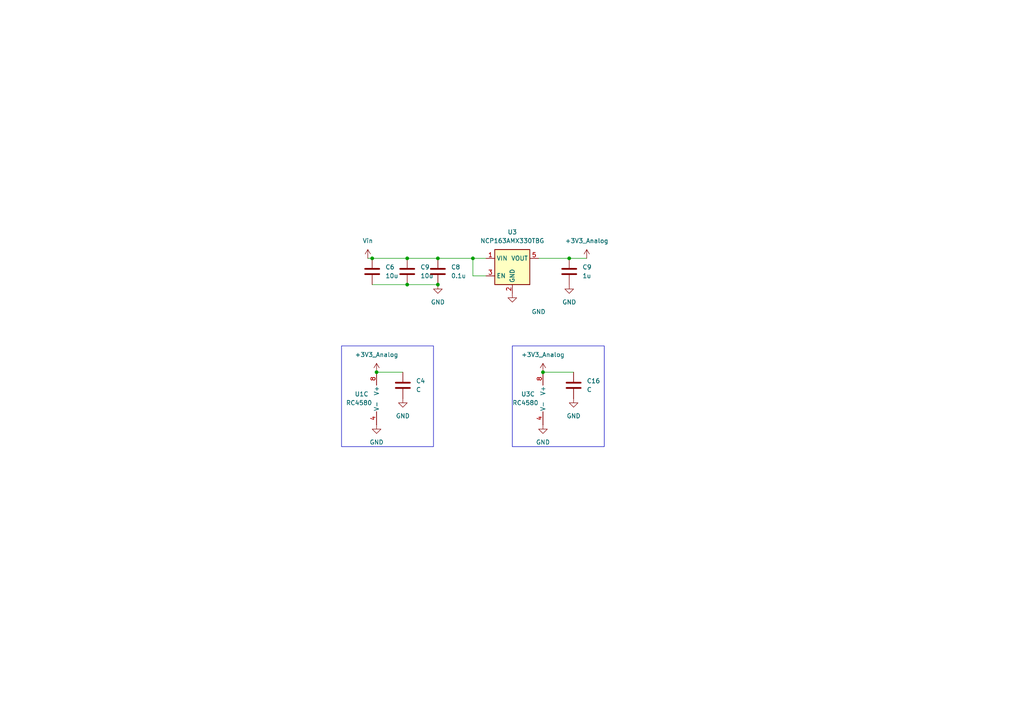
<source format=kicad_sch>
(kicad_sch (version 20250114) (generator "eeschema") (generator_version "9.0")
  (paper "A4")
  (lib_symbols
    (symbol "Amplifier_Operational:RC4580" (pin_names (offset 0.127))
      (property "Reference" "U" (at 0 5.08 0))
      (property "Value" "RC4580" (at 0 -5.08 0))
      (symbol "RC4580_1_1"
        (polyline (pts (xy -5.08 5.08) (xy 5.08 0) (xy -5.08 -5.08) (xy -5.08 5.08)) (stroke (width 0.254)) (fill (type background)))
        (pin input line (at -7.62 2.54 0) (length 2.54) (name "+") (number "3"))
        (pin input line (at -7.62 -2.54 0) (length 2.54) (name "-") (number "2"))
        (pin output line (at 7.62 0 180) (length 2.54) (name "~") (number "1"))
      )
      (symbol "RC4580_2_1"
        (polyline (pts (xy -5.08 5.08) (xy 5.08 0) (xy -5.08 -5.08) (xy -5.08 5.08)) (stroke (width 0.254)) (fill (type background)))
        (pin input line (at -7.62 2.54 0) (length 2.54) (name "+") (number "5"))
        (pin input line (at -7.62 -2.54 0) (length 2.54) (name "-") (number "6"))
        (pin output line (at 7.62 0 180) (length 2.54) (name "~") (number "7"))
      )
      (symbol "RC4580_3_1"
        (pin power_in line (at -2.54 7.62 270) (length 3.81) (name "V+") (number "8"))
        (pin power_in line (at -2.54 -7.62 90) (length 3.81) (name "V-") (number "4"))
      )
    )
    (symbol "Device:C" (pin_numbers (hide yes)) (pin_names (offset 0.254))
      (property "Reference" "C" (at 0.635 2.54 0))
      (property "Value" "C" (at 0.635 -2.54 0))
      (symbol "C_0_1"
        (polyline (pts (xy -2.032 0.762) (xy 2.032 0.762)) (stroke (width 0.508)))
        (polyline (pts (xy -2.032 -0.762) (xy 2.032 -0.762)) (stroke (width 0.508)))
      )
      (symbol "C_1_1"
        (pin passive line (at 0 3.81 270) (length 2.794) (name "~") (number "1"))
        (pin passive line (at 0 -3.81 90) (length 2.794) (name "~") (number "2"))
      )
    )
    (symbol "Regulator_Linear:NCP163ASN330T1G"
      (property "Reference" "U" (at 0 8.89 0))
      (property "Value" "NCP163ASN330T1G" (at 0 6.35 0))
      (symbol "NCP163ASN330T1G_0_1"
        (rectangle (start -5.08 5.08) (end 5.08 -5.08) (stroke (width 0.254)) (fill (type background)))
      )
      (symbol "NCP163ASN330T1G_1_1"
        (pin power_in line (at -7.62 2.54 0) (length 2.54) (name "VIN") (number "1"))
        (pin input line (at -7.62 -2.54 0) (length 2.54) (name "EN") (number "3"))
        (pin power_in line (at 0 -7.62 90) (length 2.54) (name "GND") (number "2"))
        (pin no_connect line (at 5.08 -2.54 180) (length 2.54) (hide yes) (name "NC") (number "4"))
        (pin power_out line (at 7.62 2.54 180) (length 2.54) (name "VOUT") (number "5"))
      )
    )
    (symbol "power:GND" (power) (pin_numbers (hide yes)) (pin_names (offset 0) (hide yes))
      (property "Value" "GND" (at 0 -3.81 0))
      (symbol "GND_0_1"
        (polyline (pts (xy 0 0) (xy 0 -1.27) (xy 1.27 -1.27) (xy 0 -2.54) (xy -1.27 -1.27) (xy 0 -1.27)))
      )
      (symbol "GND_1_1"
        (pin power_in line (at 0 0 270) (length 0) (name "~") (number "1"))
      )
    )
    (symbol "power:VCC" (power) (pin_numbers (hide yes)) (pin_names (offset 0) (hide yes))
      (property "Value" "VCC" (at 0 3.556 0))
      (symbol "VCC_0_1"
        (polyline (pts (xy -0.762 1.27) (xy 0 2.54)))
        (polyline (pts (xy 0 2.54) (xy 0.762 1.27)))
        (polyline (pts (xy 0 0) (xy 0 2.54)))
      )
      (symbol "VCC_1_1"
        (pin power_in line (at 0 0 90) (length 0) (name "~") (number "1"))
      )
    )
  )
  (rectangle (start 148.59 100.33) (end 175.26 129.54))
  (rectangle (start 99.06 100.33) (end 125.73 129.54))
  (junction (at 118.11 74.93))
  (junction (at 137.16 74.93))
  (junction (at 107.95 74.93))
  (junction (at 165.1 74.93))
  (junction (at 157.48 107.95))
  (junction (at 109.22 107.95))
  (junction (at 127 74.93))
  (junction (at 118.11 82.55))
  (junction (at 127 82.55))
  (wire (pts (xy 166.37 107.95) (xy 157.48 107.95)))
  (wire (pts (xy 127 74.93) (xy 137.16 74.93)))
  (wire (pts (xy 140.97 80.01) (xy 137.16 80.01)))
  (wire (pts (xy 118.11 82.55) (xy 127 82.55)))
  (wire (pts (xy 116.84 107.95) (xy 109.22 107.95)))
  (wire (pts (xy 107.95 82.55) (xy 118.11 82.55)))
  (wire (pts (xy 137.16 80.01) (xy 137.16 74.93)))
  (wire (pts (xy 165.1 74.93) (xy 170.18 74.93)))
  (wire (pts (xy 107.95 74.93) (xy 118.11 74.93)))
  (wire (pts (xy 137.16 74.93) (xy 140.97 74.93)))
  (wire (pts (xy 156.21 74.93) (xy 165.1 74.93)))
  (wire (pts (xy 118.11 74.93) (xy 127 74.93)))
  (wire (pts (xy 106.68 74.93) (xy 107.95 74.93)))
  (symbol (lib_id "power:VCC") (at 109.22 107.95 0) (unit 1)
    (property "Reference" "#PWR014" (effects (hide yes)))
    (property "Value" "+3V3_Analog" (at 109.22 102.87 0))
    (property "Description" "Power symbol creates a global label with name \"VCC\"" (effects (hide yes)))
  )
  (symbol (lib_id "power:VCC") (at 157.48 107.95 0) (unit 1)
    (property "Reference" "#PWR028" (effects (hide yes)))
    (property "Value" "+3V3_Analog" (at 157.48 102.87 0))
    (property "Description" "Power symbol creates a global label with name \"VCC\"" (effects (hide yes)))
  )
  (symbol (lib_id "power:GND") (at 157.48 123.19 0) (unit 1)
    (property "Reference" "#PWR019" (effects (hide yes)))
    (property "Value" "GND" (at 157.48 128.27 0))
    (property "Description" "Power symbol creates a global label with name \"GND\" , ground" (effects (hide yes)))
  )
  (symbol (lib_id "Device:C") (at 107.95 78.74 0) (unit 1)
    (property "Reference" "C6" (at 111.76 77.4699 0) (effects (justify left)))
    (property "Value" "10u" (at 111.76 80.0099 0) (effects (justify left)))
    (property "Description" "Unpolarized capacitor" (effects (hide yes)))
  )
  (symbol (lib_id "power:VCC") (at 170.18 74.93 0) (unit 1)
    (property "Reference" "#PWR012" (effects (hide yes)))
    (property "Value" "+3V3_Analog" (at 170.18 69.85 0))
    (property "Description" "Power symbol creates a global label with name \"VCC\"" (effects (hide yes)))
  )
  (symbol (lib_id "Device:C") (at 116.84 111.76 180) (unit 1)
    (property "Reference" "C4" (at 120.65 110.4899 0) (effects (justify right)))
    (property "Value" "C" (at 120.65 113.0299 0) (effects (justify right)))
    (property "Description" "Unpolarized capacitor" (effects (hide yes)))
  )
  (symbol (lib_id "Device:C") (at 165.1 78.74 0) (unit 1)
    (property "Reference" "C9" (at 168.91 77.4699 0) (effects (justify left)))
    (property "Value" "1u" (at 168.91 80.0099 0) (effects (justify left)))
    (property "Description" "Unpolarized capacitor" (effects (hide yes)))
  )
  (symbol (lib_id "power:GND") (at 109.22 123.19 0) (unit 1)
    (property "Reference" "#PWR01" (effects (hide yes)))
    (property "Value" "GND" (at 109.22 128.27 0))
    (property "Description" "Power symbol creates a global label with name \"GND\" , ground" (effects (hide yes)))
  )
  (symbol (lib_id "Amplifier_Operational:RC4580") (at 111.76 115.57 0) (unit 3)
    (property "Reference" "U1" (at 102.87 114.3 0) (effects (justify left)))
    (property "Value" "RC4580" (at 100.33 116.84 0) (effects (justify left)))
    (property "Datasheet" "http://www.ti.com/lit/ds/symlink/rc4580.pdf" (effects (hide yes)))
    (property "Description" "Dual Audio Operational Amplifier, SOIC-8/SSOP-8" (effects (hide yes)))
  )
  (symbol (lib_id "power:GND") (at 116.84 115.57 0) (unit 1)
    (property "Reference" "#PWR022" (effects (hide yes)))
    (property "Value" "GND" (at 116.84 120.65 0))
    (property "Description" "Power symbol creates a global label with name \"GND\" , ground" (effects (hide yes)))
  )
  (symbol (lib_id "Amplifier_Operational:RC4580") (at 160.02 115.57 0) (unit 3)
    (property "Reference" "U3" (at 151.13 114.3 0) (effects (justify left)))
    (property "Value" "RC4580" (at 148.59 116.84 0) (effects (justify left)))
    (property "Datasheet" "http://www.ti.com/lit/ds/symlink/rc4580.pdf" (effects (hide yes)))
    (property "Description" "Dual Audio Operational Amplifier, SOIC-8/SSOP-8" (effects (hide yes)))
  )
  (symbol (lib_id "Regulator_Linear:NCP163ASN330T1G") (at 148.59 77.47 0) (unit 1)
    (property "Reference" "U3" (at 148.59 67.31 0))
    (property "Value" "NCP163AMX330TBG" (at 148.59 69.85 0))
    (property "Footprint" "Package_DFN_QFN:OnSemi_XDFN4-1EP_1.0x1.0mm_EP0.52x0.52mm" (effects (hide yes)))
    (property "Datasheet" "https://www.onsemi.com/pdf/datasheet/ncp163-d.pdf" (effects (hide yes)))
    (property "Description" "250mA low-noise LDO, 2.2V-5.5V input, 3.3V output, SOT-23-5" (effects (hide yes)))
  )
  (symbol (lib_id "power:GND") (at 166.37 115.57 0) (unit 1)
    (property "Reference" "#PWR024" (effects (hide yes)))
    (property "Value" "GND" (at 166.37 120.65 0))
    (property "Description" "Power symbol creates a global label with name \"GND\" , ground" (effects (hide yes)))
  )
  (symbol (lib_id "Device:C") (at 118.11 78.74 0) (unit 1)
    (property "Reference" "C9" (at 121.92 77.4699 0) (effects (justify left)))
    (property "Value" "10u" (at 121.92 80.0099 0) (effects (justify left)))
    (property "Description" "Unpolarized capacitor" (effects (hide yes)))
  )
  (symbol (lib_id "power:GND") (at 127 82.55 0) (unit 1)
    (property "Reference" "#PWR09" (effects (hide yes)))
    (property "Value" "GND" (at 127 87.63 0))
    (property "Description" "Power symbol creates a global label with name \"GND\" , ground" (effects (hide yes)))
  )
  (symbol (lib_id "power:VCC") (at 106.68 74.93 0) (unit 1)
    (property "Reference" "#PWR011" (effects (hide yes)))
    (property "Value" "Vin" (at 106.68 69.85 0))
    (property "Description" "Power symbol creates a global label with name \"VCC\"" (effects (hide yes)))
  )
  (symbol (lib_id "Device:C") (at 127 78.74 0) (unit 1)
    (property "Reference" "C8" (at 130.81 77.4699 0) (effects (justify left)))
    (property "Value" "0.1u" (at 130.81 80.0099 0) (effects (justify left)))
    (property "Description" "Unpolarized capacitor" (effects (hide yes)))
  )
  (symbol (lib_id "power:GND") (at 165.1 82.55 0) (unit 1)
    (property "Reference" "#PWR011" (effects (hide yes)))
    (property "Value" "GND" (at 165.1 87.63 0))
    (property "Description" "Power symbol creates a global label with name \"GND\" , ground" (effects (hide yes)))
  )
  (symbol (lib_id "power:GND") (at 148.59 85.09 0) (unit 1)
    (property "Reference" "#PWR09" (effects (hide yes)))
    (property "Value" "GND" (at 156.21 90.424 0))
    (property "Description" "Power symbol creates a global label with name \"GND\" , ground" (effects (hide yes)))
  )
  (symbol (lib_id "Device:C") (at 166.37 111.76 180) (unit 1)
    (property "Reference" "C16" (at 170.18 110.4899 0) (effects (justify right)))
    (property "Value" "C" (at 170.18 113.0299 0) (effects (justify right)))
    (property "Description" "Unpolarized capacitor" (effects (hide yes)))
  )
)
</source>
